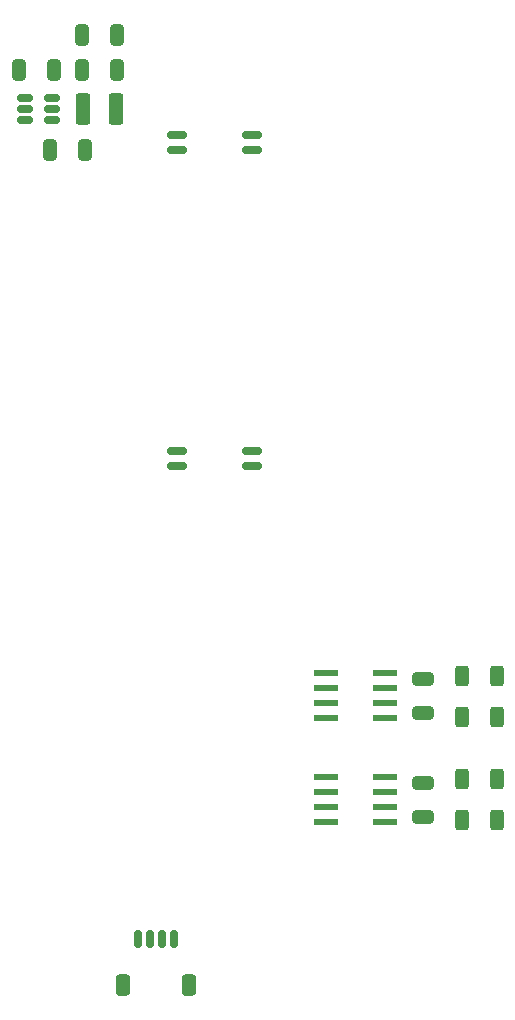
<source format=gbr>
%TF.GenerationSoftware,KiCad,Pcbnew,7.0.9*%
%TF.CreationDate,2024-02-10T01:22:26-05:00*%
%TF.ProjectId,BREAD_Slice,42524541-445f-4536-9c69-63652e6b6963,rev?*%
%TF.SameCoordinates,PX74eba40PY8552dc0*%
%TF.FileFunction,Paste,Bot*%
%TF.FilePolarity,Positive*%
%FSLAX46Y46*%
G04 Gerber Fmt 4.6, Leading zero omitted, Abs format (unit mm)*
G04 Created by KiCad (PCBNEW 7.0.9) date 2024-02-10 01:22:26*
%MOMM*%
%LPD*%
G01*
G04 APERTURE LIST*
G04 Aperture macros list*
%AMRoundRect*
0 Rectangle with rounded corners*
0 $1 Rounding radius*
0 $2 $3 $4 $5 $6 $7 $8 $9 X,Y pos of 4 corners*
0 Add a 4 corners polygon primitive as box body*
4,1,4,$2,$3,$4,$5,$6,$7,$8,$9,$2,$3,0*
0 Add four circle primitives for the rounded corners*
1,1,$1+$1,$2,$3*
1,1,$1+$1,$4,$5*
1,1,$1+$1,$6,$7*
1,1,$1+$1,$8,$9*
0 Add four rect primitives between the rounded corners*
20,1,$1+$1,$2,$3,$4,$5,0*
20,1,$1+$1,$4,$5,$6,$7,0*
20,1,$1+$1,$6,$7,$8,$9,0*
20,1,$1+$1,$8,$9,$2,$3,0*%
G04 Aperture macros list end*
%ADD10RoundRect,0.250000X0.325000X0.650000X-0.325000X0.650000X-0.325000X-0.650000X0.325000X-0.650000X0*%
%ADD11RoundRect,0.250000X-0.312500X-0.625000X0.312500X-0.625000X0.312500X0.625000X-0.312500X0.625000X0*%
%ADD12RoundRect,0.150000X0.150000X0.625000X-0.150000X0.625000X-0.150000X-0.625000X0.150000X-0.625000X0*%
%ADD13RoundRect,0.250000X0.350000X0.650000X-0.350000X0.650000X-0.350000X-0.650000X0.350000X-0.650000X0*%
%ADD14RoundRect,0.250000X0.650000X-0.325000X0.650000X0.325000X-0.650000X0.325000X-0.650000X-0.325000X0*%
%ADD15RoundRect,0.250000X-0.325000X-0.650000X0.325000X-0.650000X0.325000X0.650000X-0.325000X0.650000X0*%
%ADD16RoundRect,0.150000X0.662500X0.150000X-0.662500X0.150000X-0.662500X-0.150000X0.662500X-0.150000X0*%
%ADD17RoundRect,0.250000X-0.375000X-1.075000X0.375000X-1.075000X0.375000X1.075000X-0.375000X1.075000X0*%
%ADD18RoundRect,0.150000X-0.512500X-0.150000X0.512500X-0.150000X0.512500X0.150000X-0.512500X0.150000X0*%
%ADD19RoundRect,0.041300X0.943700X0.253700X-0.943700X0.253700X-0.943700X-0.253700X0.943700X-0.253700X0*%
G04 APERTURE END LIST*
D10*
%TO.C,C2*%
X13975000Y72200000D03*
X11025000Y72200000D03*
%TD*%
D11*
%TO.C,FB4*%
X45937500Y19000000D03*
X48862500Y19000000D03*
%TD*%
D12*
%TO.C,J2*%
X21510000Y5400000D03*
X20510000Y5400000D03*
X19510000Y5400000D03*
X18510000Y5400000D03*
D13*
X17210000Y1525000D03*
X22810000Y1525000D03*
%TD*%
D14*
%TO.C,C6*%
X42600000Y15725000D03*
X42600000Y18675000D03*
%TD*%
D15*
%TO.C,C3*%
X13725000Y79000000D03*
X16675000Y79000000D03*
%TD*%
D11*
%TO.C,FB1*%
X45937500Y24200000D03*
X48862500Y24200000D03*
%TD*%
D15*
%TO.C,C4*%
X13725000Y82000000D03*
X16675000Y82000000D03*
%TD*%
D16*
%TO.C,U2*%
X28187500Y73535000D03*
X28187500Y72265000D03*
X21812500Y72265000D03*
X21812500Y73535000D03*
%TD*%
%TO.C,U5*%
X28187500Y46735000D03*
X28187500Y45465000D03*
X21812500Y45465000D03*
X21812500Y46735000D03*
%TD*%
D17*
%TO.C,L1*%
X13800000Y75700000D03*
X16600000Y75700000D03*
%TD*%
D10*
%TO.C,C1*%
X11375000Y79000000D03*
X8425000Y79000000D03*
%TD*%
D11*
%TO.C,FB3*%
X45937500Y15500000D03*
X48862500Y15500000D03*
%TD*%
D18*
%TO.C,U1*%
X8962500Y74750000D03*
X8962500Y75700000D03*
X8962500Y76650000D03*
X11237500Y76650000D03*
X11237500Y75700000D03*
X11237500Y74750000D03*
%TD*%
D14*
%TO.C,C5*%
X42600000Y24525000D03*
X42600000Y27475000D03*
%TD*%
D11*
%TO.C,FB2*%
X45937500Y27700000D03*
X48862500Y27700000D03*
%TD*%
D19*
%TO.C,U4*%
X39375000Y19105000D03*
X39375000Y17835000D03*
X39375000Y16565000D03*
X39375000Y15295000D03*
X34425000Y15295000D03*
X34425000Y16565000D03*
X34425000Y17835000D03*
X34425000Y19105000D03*
%TD*%
%TO.C,U3*%
X39375000Y27905000D03*
X39375000Y26635000D03*
X39375000Y25365000D03*
X39375000Y24095000D03*
X34425000Y24095000D03*
X34425000Y25365000D03*
X34425000Y26635000D03*
X34425000Y27905000D03*
%TD*%
M02*

</source>
